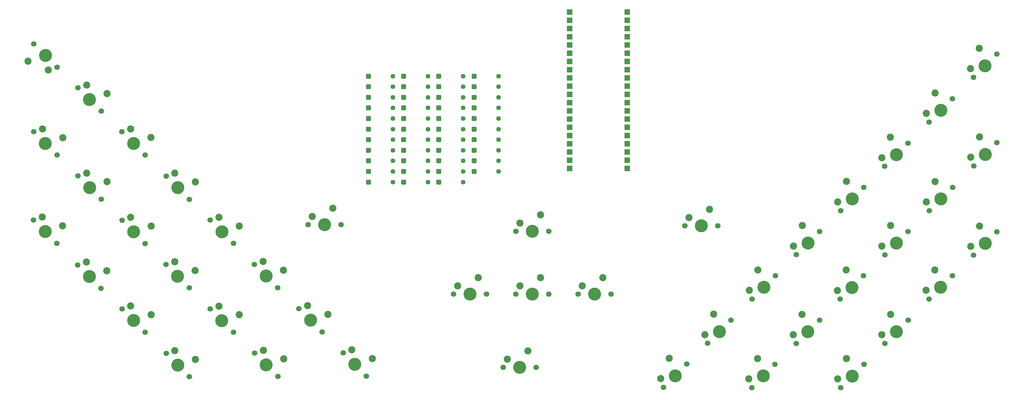
<source format=gbr>
%TF.GenerationSoftware,KiCad,Pcbnew,8.0.8*%
%TF.CreationDate,2025-06-15T20:35:26-04:00*%
%TF.ProjectId,keyboard meow,6b657962-6f61-4726-9420-6d656f772e6b,rev?*%
%TF.SameCoordinates,Original*%
%TF.FileFunction,Soldermask,Top*%
%TF.FilePolarity,Negative*%
%FSLAX46Y46*%
G04 Gerber Fmt 4.6, Leading zero omitted, Abs format (unit mm)*
G04 Created by KiCad (PCBNEW 8.0.8) date 2025-06-15 20:35:26*
%MOMM*%
%LPD*%
G01*
G04 APERTURE LIST*
G04 Aperture macros list*
%AMRoundRect*
0 Rectangle with rounded corners*
0 $1 Rounding radius*
0 $2 $3 $4 $5 $6 $7 $8 $9 X,Y pos of 4 corners*
0 Add a 4 corners polygon primitive as box body*
4,1,4,$2,$3,$4,$5,$6,$7,$8,$9,$2,$3,0*
0 Add four circle primitives for the rounded corners*
1,1,$1+$1,$2,$3*
1,1,$1+$1,$4,$5*
1,1,$1+$1,$6,$7*
1,1,$1+$1,$8,$9*
0 Add four rect primitives between the rounded corners*
20,1,$1+$1,$2,$3,$4,$5,0*
20,1,$1+$1,$4,$5,$6,$7,0*
20,1,$1+$1,$6,$7,$8,$9,0*
20,1,$1+$1,$8,$9,$2,$3,0*%
G04 Aperture macros list end*
%ADD10RoundRect,0.102000X-0.754000X-0.754000X0.754000X-0.754000X0.754000X0.754000X-0.754000X0.754000X0*%
%ADD11C,1.700000*%
%ADD12C,4.000000*%
%ADD13C,2.200000*%
%ADD14C,1.442000*%
%ADD15RoundRect,0.102000X-0.619000X-0.619000X0.619000X-0.619000X0.619000X0.619000X-0.619000X0.619000X0*%
G04 APERTURE END LIST*
D10*
%TO.C,U1*%
X210286300Y-91528400D03*
X210286300Y-94068400D03*
X210286300Y-96608400D03*
X210286300Y-99148400D03*
X210286300Y-101688400D03*
X210286300Y-104228400D03*
X210286300Y-106768400D03*
X210286300Y-109308400D03*
X210286300Y-111848400D03*
X210286300Y-114388400D03*
X210286300Y-116928400D03*
X210286300Y-119468400D03*
X210286300Y-122008400D03*
X210286300Y-124548400D03*
X210286300Y-127088400D03*
X210286300Y-129628400D03*
X210286300Y-132168400D03*
X210286300Y-134708400D03*
X210286300Y-137248400D03*
X210286300Y-139788400D03*
X228066300Y-91528400D03*
X228066300Y-94068400D03*
X228066300Y-96608400D03*
X228066300Y-99148400D03*
X228066300Y-101688400D03*
X228066300Y-104228400D03*
X228066300Y-106768400D03*
X228066300Y-109308400D03*
X228066300Y-111848400D03*
X228066300Y-114388400D03*
X228066300Y-116928400D03*
X228066300Y-119468400D03*
X228066300Y-122008400D03*
X228066300Y-124548400D03*
X228066300Y-127088400D03*
X228066300Y-129628400D03*
X228066300Y-132168400D03*
X228066300Y-134708400D03*
X228066300Y-137248400D03*
X228066300Y-139788400D03*
%TD*%
D11*
%TO.C,SW44*%
X85830244Y-196849749D03*
D12*
X89422346Y-200441851D03*
D11*
X93014449Y-204033954D03*
D13*
X94810500Y-198645800D03*
X88524321Y-195951723D03*
%TD*%
D11*
%TO.C,SW43*%
X85774344Y-169420149D03*
D12*
X89366446Y-173012251D03*
D11*
X92958549Y-176604354D03*
D13*
X94754600Y-171216200D03*
X88468421Y-168522123D03*
%TD*%
D11*
%TO.C,SW42*%
X113051644Y-169368049D03*
D12*
X116643746Y-172960151D03*
D11*
X120235849Y-176552254D03*
D13*
X122031900Y-171164100D03*
X115745721Y-168470023D03*
%TD*%
D11*
%TO.C,SW40*%
X174489900Y-178502600D03*
D12*
X179569900Y-178502600D03*
D11*
X184649900Y-178502600D03*
D13*
X182109900Y-173422600D03*
X175759900Y-175962600D03*
%TD*%
D11*
%TO.C,SW39*%
X245880500Y-157412300D03*
D12*
X250960500Y-157412300D03*
D11*
X256040500Y-157412300D03*
D13*
X253500500Y-152332300D03*
X247150500Y-154872300D03*
%TD*%
D11*
%TO.C,SW38*%
X293958749Y-207416556D03*
D12*
X297550851Y-203824454D03*
D11*
X301142954Y-200232351D03*
D13*
X295754800Y-198436300D03*
X293060723Y-204722479D03*
%TD*%
D11*
%TO.C,SW37*%
X280239149Y-193755756D03*
D12*
X283831251Y-190163654D03*
D11*
X287423354Y-186571551D03*
D13*
X282035200Y-184775500D03*
X279341123Y-191061679D03*
%TD*%
D11*
%TO.C,SW36*%
X293938249Y-152749456D03*
D12*
X297530351Y-149157354D03*
D11*
X301122454Y-145565251D03*
D13*
X295734300Y-143769200D03*
X293040223Y-150055379D03*
%TD*%
D11*
%TO.C,SW35*%
X72191544Y-183089649D03*
D12*
X75783646Y-186681751D03*
D11*
X79375749Y-190273854D03*
D13*
X81171800Y-184885700D03*
X74885621Y-182191623D03*
%TD*%
D11*
%TO.C,SW34*%
X72191544Y-155746749D03*
D12*
X75783646Y-159338851D03*
D11*
X79375749Y-162930954D03*
D13*
X81171800Y-157542800D03*
X74885621Y-154848723D03*
%TD*%
D11*
%TO.C,SW33*%
X99446444Y-155693449D03*
D12*
X103038546Y-159285551D03*
D11*
X106630649Y-162877654D03*
D13*
X108426700Y-157489500D03*
X102140521Y-154795423D03*
%TD*%
D11*
%TO.C,SW32*%
X193696500Y-159148000D03*
D12*
X198776500Y-159148000D03*
D11*
X203856500Y-159148000D03*
D13*
X201316500Y-154068000D03*
X194966500Y-156608000D03*
%TD*%
D11*
%TO.C,SW31*%
X189851600Y-201146500D03*
D12*
X194931600Y-201146500D03*
D11*
X200011600Y-201146500D03*
D13*
X197471600Y-196066500D03*
X191121600Y-198606500D03*
%TD*%
D11*
%TO.C,SW30*%
X335001149Y-139013356D03*
D12*
X338593251Y-135421254D03*
D11*
X342185354Y-131829151D03*
D13*
X336797200Y-130033100D03*
X334103123Y-136319279D03*
%TD*%
D11*
%TO.C,SW29*%
X334954949Y-111655556D03*
D12*
X338547051Y-108063454D03*
D11*
X342139154Y-104471351D03*
D13*
X336751000Y-102675300D03*
X334056923Y-108961479D03*
%TD*%
D11*
%TO.C,SW28*%
X280298049Y-166364856D03*
D12*
X283890151Y-162772754D03*
D11*
X287482254Y-159180651D03*
D13*
X282094100Y-157384600D03*
X279400023Y-163670779D03*
%TD*%
D11*
%TO.C,SW27*%
X58526844Y-169524149D03*
D12*
X62118946Y-173116251D03*
D11*
X65711049Y-176708354D03*
D13*
X67507100Y-171320200D03*
X61220921Y-168626123D03*
%TD*%
D11*
%TO.C,SW26*%
X58607544Y-142058649D03*
D12*
X62199646Y-145650751D03*
D11*
X65791749Y-149242854D03*
D13*
X67587800Y-143854700D03*
X61301621Y-141160623D03*
%TD*%
D11*
%TO.C,SW25*%
X85825144Y-142093349D03*
D12*
X89417246Y-145685451D03*
D11*
X93009349Y-149277554D03*
D13*
X94805400Y-143889400D03*
X88519221Y-141195323D03*
%TD*%
D11*
%TO.C,SW24*%
X212958300Y-178528600D03*
D12*
X218038300Y-178528600D03*
D11*
X223118300Y-178528600D03*
D13*
X220578300Y-173448600D03*
X214228300Y-175988600D03*
%TD*%
D11*
%TO.C,SW23*%
X334987249Y-166488756D03*
D12*
X338579351Y-162896654D03*
D11*
X342171454Y-159304551D03*
D13*
X336783300Y-157508500D03*
X334089223Y-163794679D03*
%TD*%
D11*
%TO.C,SW22*%
X321292149Y-152752256D03*
D12*
X324884251Y-149160154D03*
D11*
X328476354Y-145568051D03*
D13*
X323088200Y-143772000D03*
X320394123Y-150058179D03*
%TD*%
D11*
%TO.C,SW21*%
X321262249Y-125426656D03*
D12*
X324854351Y-121834554D03*
D11*
X328446454Y-118242451D03*
D13*
X323058300Y-116446400D03*
X320364223Y-122732579D03*
%TD*%
D11*
%TO.C,SW20*%
X266637149Y-180025656D03*
D12*
X270229251Y-176433554D03*
D11*
X273821354Y-172841451D03*
D13*
X268433200Y-171045400D03*
X265739123Y-177331579D03*
%TD*%
D11*
%TO.C,SW19*%
X44918044Y-155642649D03*
D12*
X48510146Y-159234751D03*
D11*
X52102249Y-162826854D03*
D13*
X53898300Y-157438700D03*
X47612121Y-154744623D03*
%TD*%
D11*
%TO.C,SW18*%
X44952744Y-128438549D03*
D12*
X48544846Y-132030651D03*
D11*
X52136949Y-135622754D03*
D13*
X53933000Y-130234600D03*
X47646821Y-127540523D03*
%TD*%
D11*
%TO.C,SW17*%
X72168444Y-128426949D03*
D12*
X75760546Y-132019051D03*
D11*
X79352649Y-135611154D03*
D13*
X81148700Y-130223000D03*
X74862521Y-127528923D03*
%TD*%
D11*
%TO.C,SW16*%
X193699200Y-178493900D03*
D12*
X198779200Y-178493900D03*
D11*
X203859200Y-178493900D03*
D13*
X201319200Y-173413900D03*
X194969200Y-175953900D03*
%TD*%
D11*
%TO.C,SW15*%
X321222249Y-180014856D03*
D12*
X324814351Y-176422754D03*
D11*
X328406454Y-172830651D03*
D13*
X323018300Y-171034600D03*
X320324223Y-177320779D03*
%TD*%
D11*
%TO.C,SW14*%
X307571449Y-166378156D03*
D12*
X311163551Y-162786054D03*
D11*
X314755654Y-159193951D03*
D13*
X309367500Y-157397900D03*
X306673423Y-163684079D03*
%TD*%
D11*
%TO.C,SW13*%
X266509849Y-207381856D03*
D12*
X270101951Y-203789754D03*
D11*
X273694054Y-200197651D03*
D13*
X268305900Y-198401600D03*
X265611823Y-204687779D03*
%TD*%
D11*
%TO.C,SW12*%
X239293249Y-207338556D03*
D12*
X242885351Y-203746454D03*
D11*
X246477454Y-200154351D03*
D13*
X241089300Y-198358300D03*
X238395223Y-204644479D03*
%TD*%
D11*
%TO.C,SW11*%
X113102444Y-196744349D03*
D12*
X116694546Y-200336451D03*
D11*
X120286649Y-203928554D03*
D13*
X122082700Y-198540400D03*
X115796521Y-195846323D03*
%TD*%
D11*
%TO.C,SW10*%
X140441644Y-196642149D03*
D12*
X144033746Y-200234251D03*
D11*
X147625849Y-203826354D03*
D13*
X149421900Y-198438200D03*
X143135721Y-195744123D03*
%TD*%
D11*
%TO.C,SW9*%
X58575344Y-114876349D03*
D12*
X62167446Y-118468451D03*
D11*
X65759549Y-122060554D03*
D13*
X67555600Y-116672400D03*
X61269421Y-113978323D03*
%TD*%
D11*
%TO.C,SW8*%
X129674800Y-157074600D03*
D12*
X134754800Y-157074600D03*
D11*
X139834800Y-157074600D03*
D13*
X137294800Y-151994600D03*
X130944800Y-154534600D03*
%TD*%
D11*
%TO.C,SW7*%
X307607549Y-193751156D03*
D12*
X311199651Y-190159054D03*
D11*
X314791754Y-186566951D03*
D13*
X309403600Y-184770900D03*
X306709523Y-191057079D03*
%TD*%
%TO.C,SW6*%
X292934623Y-177383679D03*
X295628700Y-171097500D03*
D11*
X301016854Y-172893551D03*
D12*
X297424751Y-176485654D03*
D11*
X293832649Y-180077756D03*
%TD*%
%TO.C,SW5*%
X307540849Y-139112156D03*
D12*
X311132951Y-135520054D03*
D11*
X314725054Y-131927951D03*
D13*
X309336900Y-130131900D03*
X306642823Y-136418079D03*
%TD*%
%TO.C,SW4*%
X252048123Y-191021379D03*
X254742200Y-184735200D03*
D11*
X260130354Y-186531251D03*
D12*
X256538251Y-190123354D03*
D11*
X252946149Y-193715456D03*
%TD*%
%TO.C,SW3*%
X99413044Y-183106949D03*
D12*
X103005146Y-186699051D03*
D11*
X106597249Y-190291154D03*
D13*
X108393300Y-184903000D03*
X102107121Y-182208923D03*
%TD*%
D11*
%TO.C,SW2*%
X126790544Y-183002849D03*
D12*
X130382646Y-186594951D03*
D11*
X133974749Y-190187054D03*
D13*
X135770800Y-184798900D03*
X129484621Y-182104823D03*
%TD*%
%TO.C,SW1*%
X49466179Y-109374077D03*
X43180000Y-106680000D03*
D11*
X44976051Y-101291846D03*
D12*
X48568154Y-104883949D03*
D11*
X52160256Y-108476051D03*
%TD*%
D14*
%TO.C,D43*%
X188376500Y-140689100D03*
D15*
X180839500Y-140689100D03*
%TD*%
D14*
%TO.C,D42*%
X188376500Y-137419100D03*
D15*
X180839500Y-137419100D03*
%TD*%
D14*
%TO.C,D41*%
X188376500Y-134149100D03*
D15*
X180839500Y-134149100D03*
%TD*%
D14*
%TO.C,D40*%
X188376500Y-130879100D03*
D15*
X180839500Y-130879100D03*
%TD*%
D14*
%TO.C,D39*%
X188376500Y-127609100D03*
D15*
X180839500Y-127609100D03*
%TD*%
D14*
%TO.C,D38*%
X188376500Y-124339100D03*
D15*
X180839500Y-124339100D03*
%TD*%
D14*
%TO.C,D37*%
X188376500Y-121069100D03*
D15*
X180839500Y-121069100D03*
%TD*%
D14*
%TO.C,D36*%
X188376500Y-117799100D03*
D15*
X180839500Y-117799100D03*
%TD*%
D14*
%TO.C,D35*%
X188376500Y-114529100D03*
D15*
X180839500Y-114529100D03*
%TD*%
D14*
%TO.C,D34*%
X188376500Y-111259100D03*
D15*
X180839500Y-111259100D03*
%TD*%
D14*
%TO.C,D33*%
X177514000Y-143959100D03*
D15*
X169977000Y-143959100D03*
%TD*%
D14*
%TO.C,D32*%
X177514000Y-140689100D03*
D15*
X169977000Y-140689100D03*
%TD*%
D14*
%TO.C,D31*%
X177514000Y-137419100D03*
D15*
X169977000Y-137419100D03*
%TD*%
D14*
%TO.C,D30*%
X177514000Y-134149100D03*
D15*
X169977000Y-134149100D03*
%TD*%
D14*
%TO.C,D29*%
X177514000Y-130879100D03*
D15*
X169977000Y-130879100D03*
%TD*%
D14*
%TO.C,D28*%
X177514000Y-127609100D03*
D15*
X169977000Y-127609100D03*
%TD*%
D14*
%TO.C,D27*%
X177514000Y-124339100D03*
D15*
X169977000Y-124339100D03*
%TD*%
D14*
%TO.C,D26*%
X177514000Y-121069100D03*
D15*
X169977000Y-121069100D03*
%TD*%
D14*
%TO.C,D25*%
X177514000Y-117799100D03*
D15*
X169977000Y-117799100D03*
%TD*%
D14*
%TO.C,D24*%
X177514000Y-114529100D03*
D15*
X169977000Y-114529100D03*
%TD*%
D14*
%TO.C,D23*%
X177514000Y-111259100D03*
D15*
X169977000Y-111259100D03*
%TD*%
D14*
%TO.C,D22*%
X166651500Y-143959100D03*
D15*
X159114500Y-143959100D03*
%TD*%
D14*
%TO.C,D21*%
X166651500Y-140689100D03*
D15*
X159114500Y-140689100D03*
%TD*%
D14*
%TO.C,D20*%
X166651500Y-137419100D03*
D15*
X159114500Y-137419100D03*
%TD*%
D14*
%TO.C,D19*%
X166651500Y-134149100D03*
D15*
X159114500Y-134149100D03*
%TD*%
D14*
%TO.C,D18*%
X166651500Y-130879100D03*
D15*
X159114500Y-130879100D03*
%TD*%
D14*
%TO.C,D17*%
X166651500Y-127609100D03*
D15*
X159114500Y-127609100D03*
%TD*%
D14*
%TO.C,D16*%
X166651500Y-124339100D03*
D15*
X159114500Y-124339100D03*
%TD*%
D14*
%TO.C,D15*%
X166651500Y-121069100D03*
D15*
X159114500Y-121069100D03*
%TD*%
D14*
%TO.C,D14*%
X166651500Y-117799100D03*
D15*
X159114500Y-117799100D03*
%TD*%
D14*
%TO.C,D13*%
X166651500Y-114529100D03*
D15*
X159114500Y-114529100D03*
%TD*%
D14*
%TO.C,D12*%
X166651500Y-111259100D03*
D15*
X159114500Y-111259100D03*
%TD*%
D14*
%TO.C,D11*%
X155789000Y-143959100D03*
D15*
X148252000Y-143959100D03*
%TD*%
D14*
%TO.C,D10*%
X155789000Y-140689100D03*
D15*
X148252000Y-140689100D03*
%TD*%
D14*
%TO.C,D9*%
X155789000Y-137419100D03*
D15*
X148252000Y-137419100D03*
%TD*%
D14*
%TO.C,D8*%
X155789000Y-134149100D03*
D15*
X148252000Y-134149100D03*
%TD*%
D14*
%TO.C,D7*%
X155789000Y-130879100D03*
D15*
X148252000Y-130879100D03*
%TD*%
D14*
%TO.C,D6*%
X155789000Y-127609100D03*
D15*
X148252000Y-127609100D03*
%TD*%
D14*
%TO.C,D5*%
X155789000Y-124339100D03*
D15*
X148252000Y-124339100D03*
%TD*%
D14*
%TO.C,D4*%
X155789000Y-121069100D03*
D15*
X148252000Y-121069100D03*
%TD*%
D14*
%TO.C,D3*%
X155789000Y-117799100D03*
D15*
X148252000Y-117799100D03*
%TD*%
D14*
%TO.C,D2*%
X155789000Y-114529100D03*
D15*
X148252000Y-114529100D03*
%TD*%
D14*
%TO.C,D1*%
X155789000Y-111259100D03*
D15*
X148252000Y-111259100D03*
%TD*%
M02*

</source>
